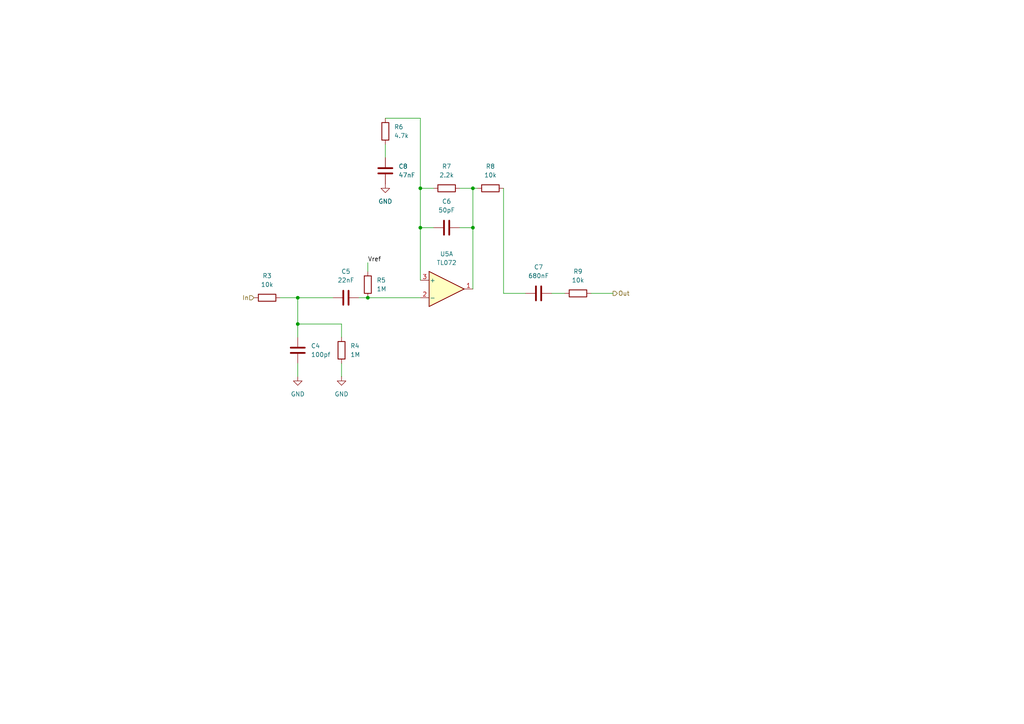
<source format=kicad_sch>
(kicad_sch (version 20231120) (generator "eeschema") (generator_version "8.0")
  (paper "A4")
  (lib_symbols
    (symbol "Amplifier_Operational:TL072" (pin_names (offset 0.127))
      (property "Reference" "U" (at 0 5.08 0))
      (property "Value" "TL072" (at 0 -5.08 0))
      (symbol "TL072_1_1"
        (polyline (pts (xy -5.08 5.08) (xy 5.08 0) (xy -5.08 -5.08) (xy -5.08 5.08)) (stroke (width 0.254)) (fill (type background)))
        (pin output line (at 7.62 0 180) (length 2.54) (name "~") (number "1"))
        (pin input line (at -7.62 -2.54 0) (length 2.54) (name "-") (number "2"))
        (pin input line (at -7.62 2.54 0) (length 2.54) (name "+") (number "3"))
      )
      (symbol "TL072_2_1"
        (polyline (pts (xy -5.08 5.08) (xy 5.08 0) (xy -5.08 -5.08) (xy -5.08 5.08)) (stroke (width 0.254)) (fill (type background)))
        (pin input line (at -7.62 2.54 0) (length 2.54) (name "+") (number "5"))
        (pin input line (at -7.62 -2.54 0) (length 2.54) (name "-") (number "6"))
        (pin output line (at 7.62 0 180) (length 2.54) (name "~") (number "7"))
      )
      (symbol "TL072_3_1"
        (pin power_in line (at -2.54 -7.62 90) (length 3.81) (name "V-") (number "4"))
        (pin power_in line (at -2.54 7.62 270) (length 3.81) (name "V+") (number "8"))
      )
    )
    (symbol "Device:C" (pin_numbers hide) (pin_names (offset 0.254))
      (property "Reference" "C" (at 0.635 2.54 0))
      (property "Value" "C" (at 0.635 -2.54 0))
      (symbol "C_0_1"
        (polyline (pts (xy -2.032 -0.762) (xy 2.032 -0.762)) (stroke (width 0.508)))
        (polyline (pts (xy -2.032 0.762) (xy 2.032 0.762)) (stroke (width 0.508)))
      )
      (symbol "C_1_1"
        (pin passive line (at 0 3.81 270) (length 2.794) (name "~") (number "1"))
        (pin passive line (at 0 -3.81 90) (length 2.794) (name "~") (number "2"))
      )
    )
    (symbol "Device:R" (pin_numbers hide) (pin_names (offset 0))
      (property "Reference" "R" (at 2.032 0 90))
      (property "Value" "R" (at 0 0 90))
      (symbol "R_0_1"
        (rectangle (start -1.016 -2.54) (end 1.016 2.54) (stroke (width 0.254)))
      )
      (symbol "R_1_1"
        (pin passive line (at 0 3.81 270) (length 1.27) (name "~") (number "1"))
        (pin passive line (at 0 -3.81 90) (length 1.27) (name "~") (number "2"))
      )
    )
    (symbol "power:GND" (power) (pin_numbers hide) (pin_names (offset 0) hide)
      (property "Value" "GND" (at 0 -3.81 0))
      (symbol "GND_0_1"
        (polyline (pts (xy 0 0) (xy 0 -1.27) (xy 1.27 -1.27) (xy 0 -2.54) (xy -1.27 -1.27) (xy 0 -1.27)))
      )
      (symbol "GND_1_1"
        (pin power_in line (at 0 0 270) (length 0) (name "~") (number "1"))
      )
    )
  )
  (junction (at 137.16 54.61))
  (junction (at 121.92 54.61))
  (junction (at 86.36 93.98))
  (junction (at 137.16 66.04))
  (junction (at 86.36 86.36))
  (junction (at 121.92 66.04))
  (junction (at 106.68 86.36))
  (wire (pts (xy 121.92 34.29) (xy 111.76 34.29)))
  (wire (pts (xy 137.16 54.61) (xy 138.43 54.61)))
  (wire (pts (xy 81.28 86.36) (xy 86.36 86.36)))
  (wire (pts (xy 106.68 86.36) (xy 121.92 86.36)))
  (wire (pts (xy 86.36 93.98) (xy 99.06 93.98)))
  (wire (pts (xy 86.36 93.98) (xy 86.36 97.79)))
  (wire (pts (xy 86.36 105.41) (xy 86.36 109.22)))
  (wire (pts (xy 99.06 93.98) (xy 99.06 97.79)))
  (wire (pts (xy 104.14 86.36) (xy 106.68 86.36)))
  (wire (pts (xy 99.06 105.41) (xy 99.06 109.22)))
  (wire (pts (xy 121.92 66.04) (xy 125.73 66.04)))
  (wire (pts (xy 125.73 54.61) (xy 121.92 54.61)))
  (wire (pts (xy 121.92 81.28) (xy 121.92 66.04)))
  (wire (pts (xy 146.05 54.61) (xy 146.05 85.09)))
  (wire (pts (xy 111.76 41.91) (xy 111.76 45.72)))
  (wire (pts (xy 171.45 85.09) (xy 177.8 85.09)))
  (wire (pts (xy 121.92 54.61) (xy 121.92 34.29)))
  (wire (pts (xy 86.36 86.36) (xy 96.52 86.36)))
  (wire (pts (xy 146.05 85.09) (xy 152.4 85.09)))
  (wire (pts (xy 137.16 66.04) (xy 137.16 54.61)))
  (wire (pts (xy 137.16 66.04) (xy 137.16 83.82)))
  (wire (pts (xy 137.16 54.61) (xy 133.35 54.61)))
  (wire (pts (xy 160.02 85.09) (xy 163.83 85.09)))
  (wire (pts (xy 86.36 86.36) (xy 86.36 93.98)))
  (wire (pts (xy 121.92 54.61) (xy 121.92 66.04)))
  (wire (pts (xy 133.35 66.04) (xy 137.16 66.04)))
  (wire (pts (xy 106.68 76.2) (xy 106.68 78.74)))
  (label "Vref" (at 106.68 76.2 0))
  (hierarchical_label "Out" (shape output) (at 177.8 85.09 0))
  (hierarchical_label "In" (shape input) (at 73.66 86.36 180))
  (symbol (lib_id "Device:C") (at 111.76 49.53 180) (unit 1)
    (property "Reference" "C8" (at 115.57 48.2599 0) (effects (justify right)))
    (property "Value" "47nF" (at 115.57 50.7999 0) (effects (justify right)))
    (property "Description" "Unpolarized capacitor" (effects (hide yes)))
  )
  (symbol (lib_id "Device:C") (at 86.36 101.6 180) (unit 1)
    (property "Reference" "C4" (at 90.17 100.3299 0) (effects (justify right)))
    (property "Value" "100pf" (at 90.17 102.8699 0) (effects (justify right)))
    (property "Description" "Unpolarized capacitor" (effects (hide yes)))
  )
  (symbol (lib_id "Device:C") (at 100.33 86.36 90) (unit 1)
    (property "Reference" "C5" (at 100.33 78.74 90))
    (property "Value" "22nF" (at 100.33 81.28 90))
    (property "Description" "Unpolarized capacitor" (effects (hide yes)))
  )
  (symbol (lib_id "Device:R") (at 167.64 85.09 90) (unit 1)
    (property "Reference" "R9" (at 167.64 78.74 90))
    (property "Value" "10k" (at 167.64 81.28 90))
    (property "Description" "Resistor" (effects (hide yes)))
  )
  (symbol (lib_id "power:GND") (at 86.36 109.22 0) (unit 1)
    (property "Reference" "#PWR04" (effects (hide yes)))
    (property "Value" "GND" (at 86.36 114.3 0))
    (property "Description" "Power symbol creates a global label with name \"GND\" , ground" (effects (hide yes)))
  )
  (symbol (lib_id "Device:R") (at 142.24 54.61 90) (unit 1)
    (property "Reference" "R8" (at 142.24 48.26 90))
    (property "Value" "10k" (at 142.24 50.8 90))
    (property "Description" "Resistor" (effects (hide yes)))
  )
  (symbol (lib_id "Amplifier_Operational:TL072") (at 129.54 83.82 0) (unit 1)
    (property "Reference" "U5" (at 129.54 73.66 0))
    (property "Value" "TL072" (at 129.54 76.2 0))
    (property "Datasheet" "http://www.ti.com/lit/ds/symlink/tl071.pdf" (effects (hide yes)))
    (property "Description" "Dual Low-Noise JFET-Input Operational Amplifiers, DIP-8/SOIC-8" (effects (hide yes)))
  )
  (symbol (lib_id "Device:R") (at 99.06 101.6 0) (unit 1)
    (property "Reference" "R4" (at 101.6 100.3299 0) (effects (justify left)))
    (property "Value" "1M" (at 101.6 102.8699 0) (effects (justify left)))
    (property "Description" "Resistor" (effects (hide yes)))
  )
  (symbol (lib_id "Device:R") (at 106.68 82.55 0) (unit 1)
    (property "Reference" "R5" (at 109.22 81.2799 0) (effects (justify left)))
    (property "Value" "1M" (at 109.22 83.8199 0) (effects (justify left)))
    (property "Description" "Resistor" (effects (hide yes)))
  )
  (symbol (lib_id "Device:R") (at 77.47 86.36 90) (unit 1)
    (property "Reference" "R3" (at 77.47 80.01 90))
    (property "Value" "10k" (at 77.47 82.55 90))
    (property "Description" "Resistor" (effects (hide yes)))
  )
  (symbol (lib_id "Device:R") (at 111.76 38.1 0) (unit 1)
    (property "Reference" "R6" (at 114.3 36.8299 0) (effects (justify left)))
    (property "Value" "4.7k" (at 114.3 39.3699 0) (effects (justify left)))
    (property "Description" "Resistor" (effects (hide yes)))
  )
  (symbol (lib_id "Device:C") (at 156.21 85.09 90) (unit 1)
    (property "Reference" "C7" (at 156.21 77.47 90))
    (property "Value" "680nF" (at 156.21 80.01 90))
    (property "Description" "Unpolarized capacitor" (effects (hide yes)))
  )
  (symbol (lib_id "Device:R") (at 129.54 54.61 90) (unit 1)
    (property "Reference" "R7" (at 129.54 48.26 90))
    (property "Value" "2.2k" (at 129.54 50.8 90))
    (property "Description" "Resistor" (effects (hide yes)))
  )
  (symbol (lib_id "power:GND") (at 111.76 53.34 0) (unit 1)
    (property "Reference" "#PWR06" (effects (hide yes)))
    (property "Value" "GND" (at 111.76 58.42 0))
    (property "Description" "Power symbol creates a global label with name \"GND\" , ground" (effects (hide yes)))
  )
  (symbol (lib_id "Device:C") (at 129.54 66.04 90) (unit 1)
    (property "Reference" "C6" (at 129.54 58.42 90))
    (property "Value" "50pF" (at 129.54 60.96 90))
    (property "Description" "Unpolarized capacitor" (effects (hide yes)))
  )
  (symbol (lib_id "power:GND") (at 99.06 109.22 0) (unit 1)
    (property "Reference" "#PWR05" (effects (hide yes)))
    (property "Value" "GND" (at 99.06 114.3 0))
    (property "Description" "Power symbol creates a global label with name \"GND\" , ground" (effects (hide yes)))
  )
)
</source>
